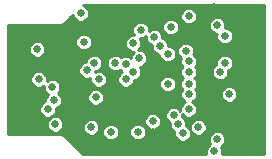
<source format=gbr>
G04 (created by PCBNEW (2013-04-19 BZR 4011)-stable) date 11/08/2014 13:36:20*
%MOIN*%
G04 Gerber Fmt 3.4, Leading zero omitted, Abs format*
%FSLAX34Y34*%
G01*
G70*
G90*
G04 APERTURE LIST*
%ADD10C,2.3622e-006*%
%ADD11C,0.025*%
%ADD12C,0.008*%
%ADD13C,0.01*%
G04 APERTURE END LIST*
G54D10*
G54D11*
X91400Y-66400D03*
X90300Y-63550D03*
X90250Y-64500D03*
X91550Y-66700D03*
X91900Y-65700D03*
X91700Y-67000D03*
X92223Y-66800D03*
X91900Y-63100D03*
X88400Y-63950D03*
X90050Y-64000D03*
X91900Y-66200D03*
X89800Y-65200D03*
X88500Y-64900D03*
X91200Y-64350D03*
X91900Y-64600D03*
X91300Y-63450D03*
X91200Y-65350D03*
X90750Y-63800D03*
X91900Y-65350D03*
X88750Y-64650D03*
X90050Y-64950D03*
X91900Y-64950D03*
X90950Y-64100D03*
X87400Y-65900D03*
X88900Y-65200D03*
X90200Y-66950D03*
X89300Y-66950D03*
X93250Y-65700D03*
X92850Y-63400D03*
X92850Y-67200D03*
X93100Y-64650D03*
X92950Y-64950D03*
X89800Y-64700D03*
X89450Y-64650D03*
X88650Y-66800D03*
X88000Y-63200D03*
X88800Y-63400D03*
X88400Y-66550D03*
X92050Y-67600D03*
X90700Y-66950D03*
X92750Y-62800D03*
X87200Y-66200D03*
X86850Y-64200D03*
X86900Y-65200D03*
X87350Y-65450D03*
X87450Y-66700D03*
X88800Y-65800D03*
X93100Y-63750D03*
X91800Y-64250D03*
X90700Y-66600D03*
X88300Y-63000D03*
X92750Y-67600D03*
G54D12*
X88000Y-63200D02*
X88000Y-66150D01*
X88000Y-66150D02*
X88400Y-66550D01*
X88800Y-63400D02*
X88200Y-63400D01*
X88200Y-63400D02*
X88000Y-63200D01*
X92750Y-62800D02*
X92200Y-63350D01*
X92200Y-63350D02*
X91700Y-63350D01*
X91700Y-63350D02*
X91250Y-62900D01*
X91250Y-62900D02*
X89300Y-62900D01*
X89300Y-62900D02*
X88800Y-63400D01*
X90700Y-66950D02*
X91350Y-67600D01*
X91350Y-67600D02*
X92050Y-67600D01*
X90700Y-66950D02*
X90300Y-66550D01*
X90300Y-66550D02*
X88400Y-66550D01*
G54D10*
G36*
X94425Y-67675D02*
X93525Y-67675D01*
X93525Y-65645D01*
X93483Y-65544D01*
X93405Y-65467D01*
X93375Y-65454D01*
X93375Y-64595D01*
X93375Y-63695D01*
X93333Y-63594D01*
X93255Y-63517D01*
X93154Y-63475D01*
X93116Y-63475D01*
X93124Y-63454D01*
X93125Y-63345D01*
X93083Y-63244D01*
X93005Y-63167D01*
X92904Y-63125D01*
X92795Y-63124D01*
X92694Y-63166D01*
X92617Y-63244D01*
X92575Y-63345D01*
X92574Y-63454D01*
X92616Y-63555D01*
X92694Y-63632D01*
X92795Y-63674D01*
X92833Y-63674D01*
X92825Y-63695D01*
X92824Y-63804D01*
X92866Y-63905D01*
X92944Y-63982D01*
X93045Y-64024D01*
X93154Y-64025D01*
X93255Y-63983D01*
X93332Y-63905D01*
X93374Y-63804D01*
X93375Y-63695D01*
X93375Y-64595D01*
X93333Y-64494D01*
X93255Y-64417D01*
X93154Y-64375D01*
X93045Y-64374D01*
X92944Y-64416D01*
X92867Y-64494D01*
X92825Y-64595D01*
X92824Y-64704D01*
X92794Y-64716D01*
X92717Y-64794D01*
X92675Y-64895D01*
X92674Y-65004D01*
X92716Y-65105D01*
X92794Y-65182D01*
X92895Y-65224D01*
X93004Y-65225D01*
X93105Y-65183D01*
X93182Y-65105D01*
X93224Y-65004D01*
X93225Y-64895D01*
X93255Y-64883D01*
X93332Y-64805D01*
X93374Y-64704D01*
X93375Y-64595D01*
X93375Y-65454D01*
X93304Y-65425D01*
X93195Y-65424D01*
X93094Y-65466D01*
X93017Y-65544D01*
X92975Y-65645D01*
X92974Y-65754D01*
X93016Y-65855D01*
X93094Y-65932D01*
X93195Y-65974D01*
X93304Y-65975D01*
X93405Y-65933D01*
X93482Y-65855D01*
X93524Y-65754D01*
X93525Y-65645D01*
X93525Y-67675D01*
X93016Y-67675D01*
X93024Y-67654D01*
X93025Y-67545D01*
X92983Y-67444D01*
X92981Y-67443D01*
X93005Y-67433D01*
X93082Y-67355D01*
X93124Y-67254D01*
X93125Y-67145D01*
X93083Y-67044D01*
X93005Y-66967D01*
X92904Y-66925D01*
X92795Y-66924D01*
X92694Y-66966D01*
X92617Y-67044D01*
X92575Y-67145D01*
X92574Y-67254D01*
X92616Y-67355D01*
X92618Y-67356D01*
X92594Y-67366D01*
X92517Y-67444D01*
X92498Y-67489D01*
X92498Y-66745D01*
X92456Y-66644D01*
X92378Y-66567D01*
X92277Y-66525D01*
X92175Y-66524D01*
X92175Y-66145D01*
X92133Y-66044D01*
X92055Y-65967D01*
X92015Y-65950D01*
X92055Y-65933D01*
X92132Y-65855D01*
X92174Y-65754D01*
X92175Y-65645D01*
X92133Y-65544D01*
X92113Y-65525D01*
X92132Y-65505D01*
X92174Y-65404D01*
X92175Y-65295D01*
X92133Y-65194D01*
X92088Y-65149D01*
X92132Y-65105D01*
X92174Y-65004D01*
X92175Y-64895D01*
X92133Y-64794D01*
X92113Y-64775D01*
X92132Y-64755D01*
X92174Y-64654D01*
X92175Y-64545D01*
X92175Y-63045D01*
X92133Y-62944D01*
X92055Y-62867D01*
X91954Y-62825D01*
X91845Y-62824D01*
X91744Y-62866D01*
X91667Y-62944D01*
X91625Y-63045D01*
X91624Y-63154D01*
X91666Y-63255D01*
X91744Y-63332D01*
X91845Y-63374D01*
X91954Y-63375D01*
X92055Y-63333D01*
X92132Y-63255D01*
X92174Y-63154D01*
X92175Y-63045D01*
X92175Y-64545D01*
X92133Y-64444D01*
X92055Y-64367D01*
X92050Y-64364D01*
X92074Y-64304D01*
X92075Y-64195D01*
X92033Y-64094D01*
X91955Y-64017D01*
X91854Y-63975D01*
X91745Y-63974D01*
X91644Y-64016D01*
X91575Y-64085D01*
X91575Y-63395D01*
X91533Y-63294D01*
X91455Y-63217D01*
X91354Y-63175D01*
X91245Y-63174D01*
X91144Y-63216D01*
X91067Y-63294D01*
X91025Y-63395D01*
X91024Y-63504D01*
X91066Y-63605D01*
X91144Y-63682D01*
X91245Y-63724D01*
X91354Y-63725D01*
X91455Y-63683D01*
X91532Y-63605D01*
X91574Y-63504D01*
X91575Y-63395D01*
X91575Y-64085D01*
X91567Y-64094D01*
X91525Y-64195D01*
X91524Y-64304D01*
X91566Y-64405D01*
X91644Y-64482D01*
X91649Y-64485D01*
X91625Y-64545D01*
X91624Y-64654D01*
X91666Y-64755D01*
X91686Y-64774D01*
X91667Y-64794D01*
X91625Y-64895D01*
X91624Y-65004D01*
X91666Y-65105D01*
X91711Y-65150D01*
X91667Y-65194D01*
X91625Y-65295D01*
X91624Y-65404D01*
X91666Y-65505D01*
X91686Y-65524D01*
X91667Y-65544D01*
X91625Y-65645D01*
X91624Y-65754D01*
X91666Y-65855D01*
X91744Y-65932D01*
X91784Y-65949D01*
X91744Y-65966D01*
X91667Y-66044D01*
X91625Y-66145D01*
X91624Y-66236D01*
X91555Y-66167D01*
X91475Y-66133D01*
X91475Y-65295D01*
X91475Y-64295D01*
X91433Y-64194D01*
X91355Y-64117D01*
X91254Y-64075D01*
X91225Y-64075D01*
X91225Y-64045D01*
X91183Y-63944D01*
X91105Y-63867D01*
X91024Y-63833D01*
X91025Y-63745D01*
X90983Y-63644D01*
X90905Y-63567D01*
X90804Y-63525D01*
X90695Y-63524D01*
X90594Y-63566D01*
X90574Y-63586D01*
X90575Y-63495D01*
X90533Y-63394D01*
X90455Y-63317D01*
X90354Y-63275D01*
X90245Y-63274D01*
X90144Y-63316D01*
X90067Y-63394D01*
X90025Y-63495D01*
X90024Y-63604D01*
X90066Y-63705D01*
X90086Y-63725D01*
X89995Y-63724D01*
X89894Y-63766D01*
X89817Y-63844D01*
X89775Y-63945D01*
X89774Y-64054D01*
X89816Y-64155D01*
X89894Y-64232D01*
X89995Y-64274D01*
X90086Y-64275D01*
X90017Y-64344D01*
X89975Y-64445D01*
X89975Y-64486D01*
X89955Y-64467D01*
X89854Y-64425D01*
X89745Y-64424D01*
X89652Y-64463D01*
X89605Y-64417D01*
X89504Y-64375D01*
X89395Y-64374D01*
X89294Y-64416D01*
X89217Y-64494D01*
X89175Y-64595D01*
X89174Y-64704D01*
X89216Y-64805D01*
X89294Y-64882D01*
X89395Y-64924D01*
X89504Y-64925D01*
X89597Y-64886D01*
X89644Y-64932D01*
X89684Y-64949D01*
X89644Y-64966D01*
X89567Y-65044D01*
X89525Y-65145D01*
X89524Y-65254D01*
X89566Y-65355D01*
X89644Y-65432D01*
X89745Y-65474D01*
X89854Y-65475D01*
X89955Y-65433D01*
X90032Y-65355D01*
X90074Y-65254D01*
X90074Y-65225D01*
X90104Y-65225D01*
X90205Y-65183D01*
X90282Y-65105D01*
X90324Y-65004D01*
X90325Y-64895D01*
X90283Y-64794D01*
X90263Y-64775D01*
X90304Y-64775D01*
X90405Y-64733D01*
X90482Y-64655D01*
X90524Y-64554D01*
X90525Y-64445D01*
X90483Y-64344D01*
X90405Y-64267D01*
X90304Y-64225D01*
X90213Y-64224D01*
X90282Y-64155D01*
X90324Y-64054D01*
X90325Y-63945D01*
X90283Y-63844D01*
X90263Y-63824D01*
X90354Y-63825D01*
X90455Y-63783D01*
X90475Y-63763D01*
X90474Y-63854D01*
X90516Y-63955D01*
X90594Y-64032D01*
X90675Y-64066D01*
X90674Y-64154D01*
X90716Y-64255D01*
X90794Y-64332D01*
X90895Y-64374D01*
X90924Y-64374D01*
X90924Y-64404D01*
X90966Y-64505D01*
X91044Y-64582D01*
X91145Y-64624D01*
X91254Y-64625D01*
X91355Y-64583D01*
X91432Y-64505D01*
X91474Y-64404D01*
X91475Y-64295D01*
X91475Y-65295D01*
X91433Y-65194D01*
X91355Y-65117D01*
X91254Y-65075D01*
X91145Y-65074D01*
X91044Y-65116D01*
X90967Y-65194D01*
X90925Y-65295D01*
X90924Y-65404D01*
X90966Y-65505D01*
X91044Y-65582D01*
X91145Y-65624D01*
X91254Y-65625D01*
X91355Y-65583D01*
X91432Y-65505D01*
X91474Y-65404D01*
X91475Y-65295D01*
X91475Y-66133D01*
X91454Y-66125D01*
X91345Y-66124D01*
X91244Y-66166D01*
X91167Y-66244D01*
X91125Y-66345D01*
X91124Y-66454D01*
X91166Y-66555D01*
X91244Y-66632D01*
X91275Y-66645D01*
X91274Y-66754D01*
X91316Y-66855D01*
X91394Y-66932D01*
X91425Y-66945D01*
X91424Y-67054D01*
X91466Y-67155D01*
X91544Y-67232D01*
X91645Y-67274D01*
X91754Y-67275D01*
X91855Y-67233D01*
X91932Y-67155D01*
X91974Y-67054D01*
X91975Y-66945D01*
X91933Y-66844D01*
X91855Y-66767D01*
X91824Y-66754D01*
X91825Y-66645D01*
X91783Y-66544D01*
X91705Y-66467D01*
X91674Y-66454D01*
X91675Y-66363D01*
X91744Y-66432D01*
X91845Y-66474D01*
X91954Y-66475D01*
X92055Y-66433D01*
X92132Y-66355D01*
X92174Y-66254D01*
X92175Y-66145D01*
X92175Y-66524D01*
X92168Y-66524D01*
X92067Y-66566D01*
X91990Y-66644D01*
X91948Y-66745D01*
X91947Y-66854D01*
X91989Y-66955D01*
X92067Y-67032D01*
X92168Y-67074D01*
X92277Y-67075D01*
X92378Y-67033D01*
X92455Y-66955D01*
X92497Y-66854D01*
X92498Y-66745D01*
X92498Y-67489D01*
X92475Y-67545D01*
X92474Y-67654D01*
X92483Y-67675D01*
X90975Y-67675D01*
X90975Y-66545D01*
X90933Y-66444D01*
X90855Y-66367D01*
X90754Y-66325D01*
X90645Y-66324D01*
X90544Y-66366D01*
X90467Y-66444D01*
X90425Y-66545D01*
X90424Y-66654D01*
X90466Y-66755D01*
X90544Y-66832D01*
X90645Y-66874D01*
X90754Y-66875D01*
X90855Y-66833D01*
X90932Y-66755D01*
X90974Y-66654D01*
X90975Y-66545D01*
X90975Y-67675D01*
X90475Y-67675D01*
X90475Y-66895D01*
X90433Y-66794D01*
X90355Y-66717D01*
X90254Y-66675D01*
X90145Y-66674D01*
X90044Y-66716D01*
X89967Y-66794D01*
X89925Y-66895D01*
X89924Y-67004D01*
X89966Y-67105D01*
X90044Y-67182D01*
X90145Y-67224D01*
X90254Y-67225D01*
X90355Y-67183D01*
X90432Y-67105D01*
X90474Y-67004D01*
X90475Y-66895D01*
X90475Y-67675D01*
X89575Y-67675D01*
X89575Y-66895D01*
X89533Y-66794D01*
X89455Y-66717D01*
X89354Y-66675D01*
X89245Y-66674D01*
X89175Y-66704D01*
X89175Y-65145D01*
X89133Y-65044D01*
X89055Y-64967D01*
X88954Y-64925D01*
X88845Y-64924D01*
X88774Y-64954D01*
X88774Y-64925D01*
X88804Y-64925D01*
X88905Y-64883D01*
X88982Y-64805D01*
X89024Y-64704D01*
X89025Y-64595D01*
X88983Y-64494D01*
X88905Y-64417D01*
X88804Y-64375D01*
X88695Y-64374D01*
X88675Y-64383D01*
X88675Y-63895D01*
X88633Y-63794D01*
X88555Y-63717D01*
X88454Y-63675D01*
X88345Y-63674D01*
X88244Y-63716D01*
X88167Y-63794D01*
X88125Y-63895D01*
X88124Y-64004D01*
X88166Y-64105D01*
X88244Y-64182D01*
X88345Y-64224D01*
X88454Y-64225D01*
X88555Y-64183D01*
X88632Y-64105D01*
X88674Y-64004D01*
X88675Y-63895D01*
X88675Y-64383D01*
X88594Y-64416D01*
X88517Y-64494D01*
X88475Y-64595D01*
X88475Y-64624D01*
X88445Y-64624D01*
X88344Y-64666D01*
X88267Y-64744D01*
X88225Y-64845D01*
X88224Y-64954D01*
X88266Y-65055D01*
X88344Y-65132D01*
X88445Y-65174D01*
X88554Y-65175D01*
X88625Y-65145D01*
X88624Y-65254D01*
X88666Y-65355D01*
X88744Y-65432D01*
X88845Y-65474D01*
X88954Y-65475D01*
X89055Y-65433D01*
X89132Y-65355D01*
X89174Y-65254D01*
X89175Y-65145D01*
X89175Y-66704D01*
X89144Y-66716D01*
X89075Y-66785D01*
X89075Y-65745D01*
X89033Y-65644D01*
X88955Y-65567D01*
X88854Y-65525D01*
X88745Y-65524D01*
X88644Y-65566D01*
X88567Y-65644D01*
X88525Y-65745D01*
X88524Y-65854D01*
X88566Y-65955D01*
X88644Y-66032D01*
X88745Y-66074D01*
X88854Y-66075D01*
X88955Y-66033D01*
X89032Y-65955D01*
X89074Y-65854D01*
X89075Y-65745D01*
X89075Y-66785D01*
X89067Y-66794D01*
X89025Y-66895D01*
X89024Y-67004D01*
X89066Y-67105D01*
X89144Y-67182D01*
X89245Y-67224D01*
X89354Y-67225D01*
X89455Y-67183D01*
X89532Y-67105D01*
X89574Y-67004D01*
X89575Y-66895D01*
X89575Y-67675D01*
X88925Y-67675D01*
X88925Y-66745D01*
X88883Y-66644D01*
X88805Y-66567D01*
X88704Y-66525D01*
X88595Y-66524D01*
X88494Y-66566D01*
X88417Y-66644D01*
X88375Y-66745D01*
X88374Y-66854D01*
X88416Y-66955D01*
X88494Y-67032D01*
X88595Y-67074D01*
X88704Y-67075D01*
X88805Y-67033D01*
X88882Y-66955D01*
X88924Y-66854D01*
X88925Y-66745D01*
X88925Y-67675D01*
X88372Y-67675D01*
X87773Y-67076D01*
X87725Y-67043D01*
X87725Y-66645D01*
X87683Y-66544D01*
X87675Y-66536D01*
X87675Y-65845D01*
X87633Y-65744D01*
X87555Y-65667D01*
X87531Y-65656D01*
X87582Y-65605D01*
X87624Y-65504D01*
X87625Y-65395D01*
X87583Y-65294D01*
X87505Y-65217D01*
X87404Y-65175D01*
X87295Y-65174D01*
X87194Y-65216D01*
X87174Y-65236D01*
X87175Y-65145D01*
X87133Y-65044D01*
X87125Y-65036D01*
X87125Y-64145D01*
X87083Y-64044D01*
X87005Y-63967D01*
X86904Y-63925D01*
X86795Y-63924D01*
X86694Y-63966D01*
X86617Y-64044D01*
X86575Y-64145D01*
X86574Y-64254D01*
X86616Y-64355D01*
X86694Y-64432D01*
X86795Y-64474D01*
X86904Y-64475D01*
X87005Y-64433D01*
X87082Y-64355D01*
X87124Y-64254D01*
X87125Y-64145D01*
X87125Y-65036D01*
X87055Y-64967D01*
X86954Y-64925D01*
X86845Y-64924D01*
X86744Y-64966D01*
X86667Y-65044D01*
X86625Y-65145D01*
X86624Y-65254D01*
X86666Y-65355D01*
X86744Y-65432D01*
X86845Y-65474D01*
X86954Y-65475D01*
X87055Y-65433D01*
X87075Y-65413D01*
X87074Y-65504D01*
X87116Y-65605D01*
X87194Y-65682D01*
X87218Y-65693D01*
X87167Y-65744D01*
X87125Y-65845D01*
X87124Y-65933D01*
X87044Y-65966D01*
X86967Y-66044D01*
X86925Y-66145D01*
X86924Y-66254D01*
X86966Y-66355D01*
X87044Y-66432D01*
X87145Y-66474D01*
X87254Y-66475D01*
X87355Y-66433D01*
X87432Y-66355D01*
X87474Y-66254D01*
X87475Y-66166D01*
X87555Y-66133D01*
X87632Y-66055D01*
X87674Y-65954D01*
X87675Y-65845D01*
X87675Y-66536D01*
X87605Y-66467D01*
X87504Y-66425D01*
X87395Y-66424D01*
X87294Y-66466D01*
X87217Y-66544D01*
X87175Y-66645D01*
X87174Y-66754D01*
X87216Y-66855D01*
X87294Y-66932D01*
X87395Y-66974D01*
X87504Y-66975D01*
X87605Y-66933D01*
X87682Y-66855D01*
X87724Y-66754D01*
X87725Y-66645D01*
X87725Y-67043D01*
X87716Y-67038D01*
X87650Y-67025D01*
X85875Y-67025D01*
X85875Y-63375D01*
X87650Y-63375D01*
X87716Y-63361D01*
X87716Y-63361D01*
X87773Y-63323D01*
X88030Y-63067D01*
X88066Y-63155D01*
X88144Y-63232D01*
X88245Y-63274D01*
X88354Y-63275D01*
X88455Y-63233D01*
X88532Y-63155D01*
X88574Y-63054D01*
X88575Y-62945D01*
X88533Y-62844D01*
X88455Y-62767D01*
X88367Y-62730D01*
X88372Y-62725D01*
X94425Y-62725D01*
X94425Y-67675D01*
X94425Y-67675D01*
G37*
G54D13*
X94425Y-67675D02*
X93525Y-67675D01*
X93525Y-65645D01*
X93483Y-65544D01*
X93405Y-65467D01*
X93375Y-65454D01*
X93375Y-64595D01*
X93375Y-63695D01*
X93333Y-63594D01*
X93255Y-63517D01*
X93154Y-63475D01*
X93116Y-63475D01*
X93124Y-63454D01*
X93125Y-63345D01*
X93083Y-63244D01*
X93005Y-63167D01*
X92904Y-63125D01*
X92795Y-63124D01*
X92694Y-63166D01*
X92617Y-63244D01*
X92575Y-63345D01*
X92574Y-63454D01*
X92616Y-63555D01*
X92694Y-63632D01*
X92795Y-63674D01*
X92833Y-63674D01*
X92825Y-63695D01*
X92824Y-63804D01*
X92866Y-63905D01*
X92944Y-63982D01*
X93045Y-64024D01*
X93154Y-64025D01*
X93255Y-63983D01*
X93332Y-63905D01*
X93374Y-63804D01*
X93375Y-63695D01*
X93375Y-64595D01*
X93333Y-64494D01*
X93255Y-64417D01*
X93154Y-64375D01*
X93045Y-64374D01*
X92944Y-64416D01*
X92867Y-64494D01*
X92825Y-64595D01*
X92824Y-64704D01*
X92794Y-64716D01*
X92717Y-64794D01*
X92675Y-64895D01*
X92674Y-65004D01*
X92716Y-65105D01*
X92794Y-65182D01*
X92895Y-65224D01*
X93004Y-65225D01*
X93105Y-65183D01*
X93182Y-65105D01*
X93224Y-65004D01*
X93225Y-64895D01*
X93255Y-64883D01*
X93332Y-64805D01*
X93374Y-64704D01*
X93375Y-64595D01*
X93375Y-65454D01*
X93304Y-65425D01*
X93195Y-65424D01*
X93094Y-65466D01*
X93017Y-65544D01*
X92975Y-65645D01*
X92974Y-65754D01*
X93016Y-65855D01*
X93094Y-65932D01*
X93195Y-65974D01*
X93304Y-65975D01*
X93405Y-65933D01*
X93482Y-65855D01*
X93524Y-65754D01*
X93525Y-65645D01*
X93525Y-67675D01*
X93016Y-67675D01*
X93024Y-67654D01*
X93025Y-67545D01*
X92983Y-67444D01*
X92981Y-67443D01*
X93005Y-67433D01*
X93082Y-67355D01*
X93124Y-67254D01*
X93125Y-67145D01*
X93083Y-67044D01*
X93005Y-66967D01*
X92904Y-66925D01*
X92795Y-66924D01*
X92694Y-66966D01*
X92617Y-67044D01*
X92575Y-67145D01*
X92574Y-67254D01*
X92616Y-67355D01*
X92618Y-67356D01*
X92594Y-67366D01*
X92517Y-67444D01*
X92498Y-67489D01*
X92498Y-66745D01*
X92456Y-66644D01*
X92378Y-66567D01*
X92277Y-66525D01*
X92175Y-66524D01*
X92175Y-66145D01*
X92133Y-66044D01*
X92055Y-65967D01*
X92015Y-65950D01*
X92055Y-65933D01*
X92132Y-65855D01*
X92174Y-65754D01*
X92175Y-65645D01*
X92133Y-65544D01*
X92113Y-65525D01*
X92132Y-65505D01*
X92174Y-65404D01*
X92175Y-65295D01*
X92133Y-65194D01*
X92088Y-65149D01*
X92132Y-65105D01*
X92174Y-65004D01*
X92175Y-64895D01*
X92133Y-64794D01*
X92113Y-64775D01*
X92132Y-64755D01*
X92174Y-64654D01*
X92175Y-64545D01*
X92175Y-63045D01*
X92133Y-62944D01*
X92055Y-62867D01*
X91954Y-62825D01*
X91845Y-62824D01*
X91744Y-62866D01*
X91667Y-62944D01*
X91625Y-63045D01*
X91624Y-63154D01*
X91666Y-63255D01*
X91744Y-63332D01*
X91845Y-63374D01*
X91954Y-63375D01*
X92055Y-63333D01*
X92132Y-63255D01*
X92174Y-63154D01*
X92175Y-63045D01*
X92175Y-64545D01*
X92133Y-64444D01*
X92055Y-64367D01*
X92050Y-64364D01*
X92074Y-64304D01*
X92075Y-64195D01*
X92033Y-64094D01*
X91955Y-64017D01*
X91854Y-63975D01*
X91745Y-63974D01*
X91644Y-64016D01*
X91575Y-64085D01*
X91575Y-63395D01*
X91533Y-63294D01*
X91455Y-63217D01*
X91354Y-63175D01*
X91245Y-63174D01*
X91144Y-63216D01*
X91067Y-63294D01*
X91025Y-63395D01*
X91024Y-63504D01*
X91066Y-63605D01*
X91144Y-63682D01*
X91245Y-63724D01*
X91354Y-63725D01*
X91455Y-63683D01*
X91532Y-63605D01*
X91574Y-63504D01*
X91575Y-63395D01*
X91575Y-64085D01*
X91567Y-64094D01*
X91525Y-64195D01*
X91524Y-64304D01*
X91566Y-64405D01*
X91644Y-64482D01*
X91649Y-64485D01*
X91625Y-64545D01*
X91624Y-64654D01*
X91666Y-64755D01*
X91686Y-64774D01*
X91667Y-64794D01*
X91625Y-64895D01*
X91624Y-65004D01*
X91666Y-65105D01*
X91711Y-65150D01*
X91667Y-65194D01*
X91625Y-65295D01*
X91624Y-65404D01*
X91666Y-65505D01*
X91686Y-65524D01*
X91667Y-65544D01*
X91625Y-65645D01*
X91624Y-65754D01*
X91666Y-65855D01*
X91744Y-65932D01*
X91784Y-65949D01*
X91744Y-65966D01*
X91667Y-66044D01*
X91625Y-66145D01*
X91624Y-66236D01*
X91555Y-66167D01*
X91475Y-66133D01*
X91475Y-65295D01*
X91475Y-64295D01*
X91433Y-64194D01*
X91355Y-64117D01*
X91254Y-64075D01*
X91225Y-64075D01*
X91225Y-64045D01*
X91183Y-63944D01*
X91105Y-63867D01*
X91024Y-63833D01*
X91025Y-63745D01*
X90983Y-63644D01*
X90905Y-63567D01*
X90804Y-63525D01*
X90695Y-63524D01*
X90594Y-63566D01*
X90574Y-63586D01*
X90575Y-63495D01*
X90533Y-63394D01*
X90455Y-63317D01*
X90354Y-63275D01*
X90245Y-63274D01*
X90144Y-63316D01*
X90067Y-63394D01*
X90025Y-63495D01*
X90024Y-63604D01*
X90066Y-63705D01*
X90086Y-63725D01*
X89995Y-63724D01*
X89894Y-63766D01*
X89817Y-63844D01*
X89775Y-63945D01*
X89774Y-64054D01*
X89816Y-64155D01*
X89894Y-64232D01*
X89995Y-64274D01*
X90086Y-64275D01*
X90017Y-64344D01*
X89975Y-64445D01*
X89975Y-64486D01*
X89955Y-64467D01*
X89854Y-64425D01*
X89745Y-64424D01*
X89652Y-64463D01*
X89605Y-64417D01*
X89504Y-64375D01*
X89395Y-64374D01*
X89294Y-64416D01*
X89217Y-64494D01*
X89175Y-64595D01*
X89174Y-64704D01*
X89216Y-64805D01*
X89294Y-64882D01*
X89395Y-64924D01*
X89504Y-64925D01*
X89597Y-64886D01*
X89644Y-64932D01*
X89684Y-64949D01*
X89644Y-64966D01*
X89567Y-65044D01*
X89525Y-65145D01*
X89524Y-65254D01*
X89566Y-65355D01*
X89644Y-65432D01*
X89745Y-65474D01*
X89854Y-65475D01*
X89955Y-65433D01*
X90032Y-65355D01*
X90074Y-65254D01*
X90074Y-65225D01*
X90104Y-65225D01*
X90205Y-65183D01*
X90282Y-65105D01*
X90324Y-65004D01*
X90325Y-64895D01*
X90283Y-64794D01*
X90263Y-64775D01*
X90304Y-64775D01*
X90405Y-64733D01*
X90482Y-64655D01*
X90524Y-64554D01*
X90525Y-64445D01*
X90483Y-64344D01*
X90405Y-64267D01*
X90304Y-64225D01*
X90213Y-64224D01*
X90282Y-64155D01*
X90324Y-64054D01*
X90325Y-63945D01*
X90283Y-63844D01*
X90263Y-63824D01*
X90354Y-63825D01*
X90455Y-63783D01*
X90475Y-63763D01*
X90474Y-63854D01*
X90516Y-63955D01*
X90594Y-64032D01*
X90675Y-64066D01*
X90674Y-64154D01*
X90716Y-64255D01*
X90794Y-64332D01*
X90895Y-64374D01*
X90924Y-64374D01*
X90924Y-64404D01*
X90966Y-64505D01*
X91044Y-64582D01*
X91145Y-64624D01*
X91254Y-64625D01*
X91355Y-64583D01*
X91432Y-64505D01*
X91474Y-64404D01*
X91475Y-64295D01*
X91475Y-65295D01*
X91433Y-65194D01*
X91355Y-65117D01*
X91254Y-65075D01*
X91145Y-65074D01*
X91044Y-65116D01*
X90967Y-65194D01*
X90925Y-65295D01*
X90924Y-65404D01*
X90966Y-65505D01*
X91044Y-65582D01*
X91145Y-65624D01*
X91254Y-65625D01*
X91355Y-65583D01*
X91432Y-65505D01*
X91474Y-65404D01*
X91475Y-65295D01*
X91475Y-66133D01*
X91454Y-66125D01*
X91345Y-66124D01*
X91244Y-66166D01*
X91167Y-66244D01*
X91125Y-66345D01*
X91124Y-66454D01*
X91166Y-66555D01*
X91244Y-66632D01*
X91275Y-66645D01*
X91274Y-66754D01*
X91316Y-66855D01*
X91394Y-66932D01*
X91425Y-66945D01*
X91424Y-67054D01*
X91466Y-67155D01*
X91544Y-67232D01*
X91645Y-67274D01*
X91754Y-67275D01*
X91855Y-67233D01*
X91932Y-67155D01*
X91974Y-67054D01*
X91975Y-66945D01*
X91933Y-66844D01*
X91855Y-66767D01*
X91824Y-66754D01*
X91825Y-66645D01*
X91783Y-66544D01*
X91705Y-66467D01*
X91674Y-66454D01*
X91675Y-66363D01*
X91744Y-66432D01*
X91845Y-66474D01*
X91954Y-66475D01*
X92055Y-66433D01*
X92132Y-66355D01*
X92174Y-66254D01*
X92175Y-66145D01*
X92175Y-66524D01*
X92168Y-66524D01*
X92067Y-66566D01*
X91990Y-66644D01*
X91948Y-66745D01*
X91947Y-66854D01*
X91989Y-66955D01*
X92067Y-67032D01*
X92168Y-67074D01*
X92277Y-67075D01*
X92378Y-67033D01*
X92455Y-66955D01*
X92497Y-66854D01*
X92498Y-66745D01*
X92498Y-67489D01*
X92475Y-67545D01*
X92474Y-67654D01*
X92483Y-67675D01*
X90975Y-67675D01*
X90975Y-66545D01*
X90933Y-66444D01*
X90855Y-66367D01*
X90754Y-66325D01*
X90645Y-66324D01*
X90544Y-66366D01*
X90467Y-66444D01*
X90425Y-66545D01*
X90424Y-66654D01*
X90466Y-66755D01*
X90544Y-66832D01*
X90645Y-66874D01*
X90754Y-66875D01*
X90855Y-66833D01*
X90932Y-66755D01*
X90974Y-66654D01*
X90975Y-66545D01*
X90975Y-67675D01*
X90475Y-67675D01*
X90475Y-66895D01*
X90433Y-66794D01*
X90355Y-66717D01*
X90254Y-66675D01*
X90145Y-66674D01*
X90044Y-66716D01*
X89967Y-66794D01*
X89925Y-66895D01*
X89924Y-67004D01*
X89966Y-67105D01*
X90044Y-67182D01*
X90145Y-67224D01*
X90254Y-67225D01*
X90355Y-67183D01*
X90432Y-67105D01*
X90474Y-67004D01*
X90475Y-66895D01*
X90475Y-67675D01*
X89575Y-67675D01*
X89575Y-66895D01*
X89533Y-66794D01*
X89455Y-66717D01*
X89354Y-66675D01*
X89245Y-66674D01*
X89175Y-66704D01*
X89175Y-65145D01*
X89133Y-65044D01*
X89055Y-64967D01*
X88954Y-64925D01*
X88845Y-64924D01*
X88774Y-64954D01*
X88774Y-64925D01*
X88804Y-64925D01*
X88905Y-64883D01*
X88982Y-64805D01*
X89024Y-64704D01*
X89025Y-64595D01*
X88983Y-64494D01*
X88905Y-64417D01*
X88804Y-64375D01*
X88695Y-64374D01*
X88675Y-64383D01*
X88675Y-63895D01*
X88633Y-63794D01*
X88555Y-63717D01*
X88454Y-63675D01*
X88345Y-63674D01*
X88244Y-63716D01*
X88167Y-63794D01*
X88125Y-63895D01*
X88124Y-64004D01*
X88166Y-64105D01*
X88244Y-64182D01*
X88345Y-64224D01*
X88454Y-64225D01*
X88555Y-64183D01*
X88632Y-64105D01*
X88674Y-64004D01*
X88675Y-63895D01*
X88675Y-64383D01*
X88594Y-64416D01*
X88517Y-64494D01*
X88475Y-64595D01*
X88475Y-64624D01*
X88445Y-64624D01*
X88344Y-64666D01*
X88267Y-64744D01*
X88225Y-64845D01*
X88224Y-64954D01*
X88266Y-65055D01*
X88344Y-65132D01*
X88445Y-65174D01*
X88554Y-65175D01*
X88625Y-65145D01*
X88624Y-65254D01*
X88666Y-65355D01*
X88744Y-65432D01*
X88845Y-65474D01*
X88954Y-65475D01*
X89055Y-65433D01*
X89132Y-65355D01*
X89174Y-65254D01*
X89175Y-65145D01*
X89175Y-66704D01*
X89144Y-66716D01*
X89075Y-66785D01*
X89075Y-65745D01*
X89033Y-65644D01*
X88955Y-65567D01*
X88854Y-65525D01*
X88745Y-65524D01*
X88644Y-65566D01*
X88567Y-65644D01*
X88525Y-65745D01*
X88524Y-65854D01*
X88566Y-65955D01*
X88644Y-66032D01*
X88745Y-66074D01*
X88854Y-66075D01*
X88955Y-66033D01*
X89032Y-65955D01*
X89074Y-65854D01*
X89075Y-65745D01*
X89075Y-66785D01*
X89067Y-66794D01*
X89025Y-66895D01*
X89024Y-67004D01*
X89066Y-67105D01*
X89144Y-67182D01*
X89245Y-67224D01*
X89354Y-67225D01*
X89455Y-67183D01*
X89532Y-67105D01*
X89574Y-67004D01*
X89575Y-66895D01*
X89575Y-67675D01*
X88925Y-67675D01*
X88925Y-66745D01*
X88883Y-66644D01*
X88805Y-66567D01*
X88704Y-66525D01*
X88595Y-66524D01*
X88494Y-66566D01*
X88417Y-66644D01*
X88375Y-66745D01*
X88374Y-66854D01*
X88416Y-66955D01*
X88494Y-67032D01*
X88595Y-67074D01*
X88704Y-67075D01*
X88805Y-67033D01*
X88882Y-66955D01*
X88924Y-66854D01*
X88925Y-66745D01*
X88925Y-67675D01*
X88372Y-67675D01*
X87773Y-67076D01*
X87725Y-67043D01*
X87725Y-66645D01*
X87683Y-66544D01*
X87675Y-66536D01*
X87675Y-65845D01*
X87633Y-65744D01*
X87555Y-65667D01*
X87531Y-65656D01*
X87582Y-65605D01*
X87624Y-65504D01*
X87625Y-65395D01*
X87583Y-65294D01*
X87505Y-65217D01*
X87404Y-65175D01*
X87295Y-65174D01*
X87194Y-65216D01*
X87174Y-65236D01*
X87175Y-65145D01*
X87133Y-65044D01*
X87125Y-65036D01*
X87125Y-64145D01*
X87083Y-64044D01*
X87005Y-63967D01*
X86904Y-63925D01*
X86795Y-63924D01*
X86694Y-63966D01*
X86617Y-64044D01*
X86575Y-64145D01*
X86574Y-64254D01*
X86616Y-64355D01*
X86694Y-64432D01*
X86795Y-64474D01*
X86904Y-64475D01*
X87005Y-64433D01*
X87082Y-64355D01*
X87124Y-64254D01*
X87125Y-64145D01*
X87125Y-65036D01*
X87055Y-64967D01*
X86954Y-64925D01*
X86845Y-64924D01*
X86744Y-64966D01*
X86667Y-65044D01*
X86625Y-65145D01*
X86624Y-65254D01*
X86666Y-65355D01*
X86744Y-65432D01*
X86845Y-65474D01*
X86954Y-65475D01*
X87055Y-65433D01*
X87075Y-65413D01*
X87074Y-65504D01*
X87116Y-65605D01*
X87194Y-65682D01*
X87218Y-65693D01*
X87167Y-65744D01*
X87125Y-65845D01*
X87124Y-65933D01*
X87044Y-65966D01*
X86967Y-66044D01*
X86925Y-66145D01*
X86924Y-66254D01*
X86966Y-66355D01*
X87044Y-66432D01*
X87145Y-66474D01*
X87254Y-66475D01*
X87355Y-66433D01*
X87432Y-66355D01*
X87474Y-66254D01*
X87475Y-66166D01*
X87555Y-66133D01*
X87632Y-66055D01*
X87674Y-65954D01*
X87675Y-65845D01*
X87675Y-66536D01*
X87605Y-66467D01*
X87504Y-66425D01*
X87395Y-66424D01*
X87294Y-66466D01*
X87217Y-66544D01*
X87175Y-66645D01*
X87174Y-66754D01*
X87216Y-66855D01*
X87294Y-66932D01*
X87395Y-66974D01*
X87504Y-66975D01*
X87605Y-66933D01*
X87682Y-66855D01*
X87724Y-66754D01*
X87725Y-66645D01*
X87725Y-67043D01*
X87716Y-67038D01*
X87650Y-67025D01*
X85875Y-67025D01*
X85875Y-63375D01*
X87650Y-63375D01*
X87716Y-63361D01*
X87716Y-63361D01*
X87773Y-63323D01*
X88030Y-63067D01*
X88066Y-63155D01*
X88144Y-63232D01*
X88245Y-63274D01*
X88354Y-63275D01*
X88455Y-63233D01*
X88532Y-63155D01*
X88574Y-63054D01*
X88575Y-62945D01*
X88533Y-62844D01*
X88455Y-62767D01*
X88367Y-62730D01*
X88372Y-62725D01*
X94425Y-62725D01*
X94425Y-67675D01*
M02*

</source>
